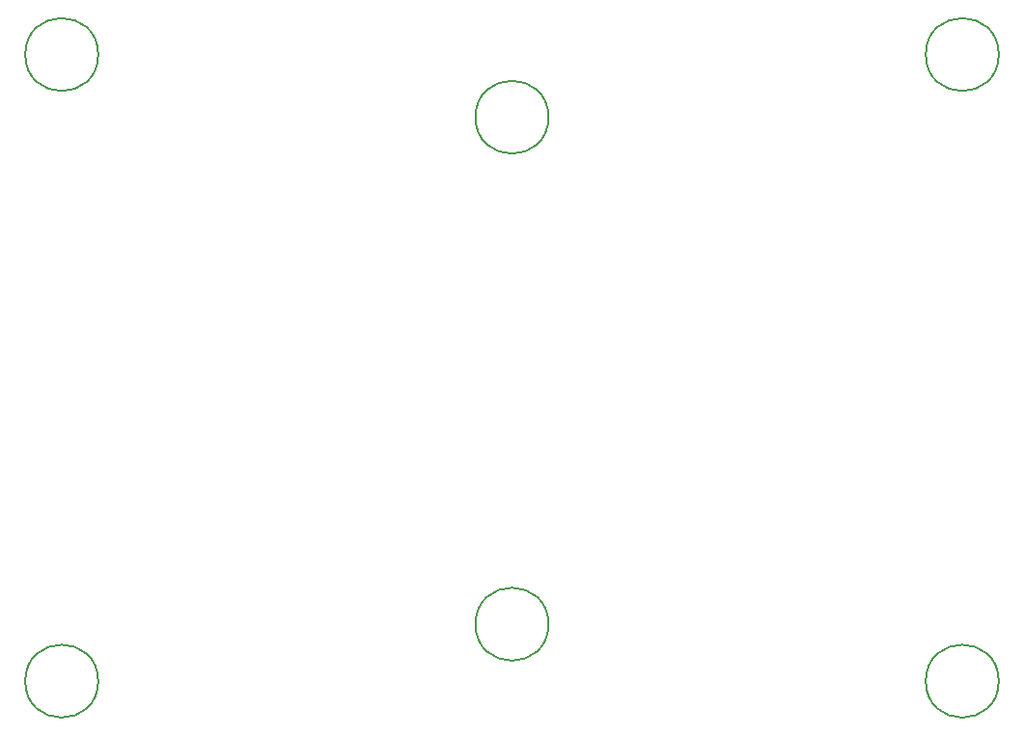
<source format=gbr>
%TF.GenerationSoftware,KiCad,Pcbnew,7.0.8*%
%TF.CreationDate,2024-06-06T18:36:12-04:00*%
%TF.ProjectId,mainboard,6d61696e-626f-4617-9264-2e6b69636164,rev?*%
%TF.SameCoordinates,Original*%
%TF.FileFunction,Other,Comment*%
%FSLAX46Y46*%
G04 Gerber Fmt 4.6, Leading zero omitted, Abs format (unit mm)*
G04 Created by KiCad (PCBNEW 7.0.8) date 2024-06-06 18:36:12*
%MOMM*%
%LPD*%
G01*
G04 APERTURE LIST*
%ADD10C,0.150000*%
G04 APERTURE END LIST*
D10*
%TO.C,REF\u002A\u002A*%
X103700000Y-61500000D02*
G75*
G03*
X103700000Y-61500000I-3200000J0D01*
G01*
X143200000Y-67000000D02*
G75*
G03*
X143200000Y-67000000I-3200000J0D01*
G01*
X103700000Y-116500000D02*
G75*
G03*
X103700000Y-116500000I-3200000J0D01*
G01*
X182700000Y-116500000D02*
G75*
G03*
X182700000Y-116500000I-3200000J0D01*
G01*
X182700000Y-61500000D02*
G75*
G03*
X182700000Y-61500000I-3200000J0D01*
G01*
X143200000Y-111500000D02*
G75*
G03*
X143200000Y-111500000I-3200000J0D01*
G01*
%TD*%
M02*

</source>
